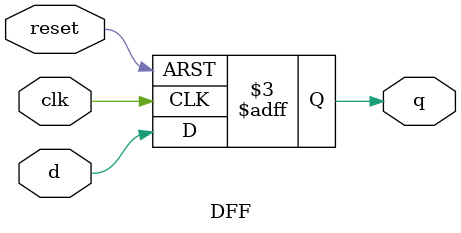
<source format=v>
module DFF(d,clk,reset,q);
input d;
input clk,reset;
output reg q;

always@(posedge clk or posedge reset)
begin
	if(reset == 1'b1)
	q <= 1'b0;
	else
	q <= d;
end
endmodule
</source>
